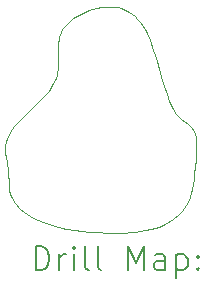
<source format=gbr>
%TF.GenerationSoftware,KiCad,Pcbnew,9.0.6*%
%TF.CreationDate,2026-01-01T02:54:19-05:00*%
%TF.ProjectId,Project Resonator Crossover Circuit PCB,50726f6a-6563-4742-9052-65736f6e6174,rev?*%
%TF.SameCoordinates,Original*%
%TF.FileFunction,Drillmap*%
%TF.FilePolarity,Positive*%
%FSLAX45Y45*%
G04 Gerber Fmt 4.5, Leading zero omitted, Abs format (unit mm)*
G04 Created by KiCad (PCBNEW 9.0.6) date 2026-01-01 02:54:19*
%MOMM*%
%LPD*%
G01*
G04 APERTURE LIST*
%ADD10C,0.050000*%
%ADD11C,0.200000*%
G04 APERTURE END LIST*
D10*
X15940000Y-8680000D02*
X15970000Y-8682500D01*
X15995000Y-8690000D01*
X16027500Y-8702500D01*
X16050000Y-8712500D01*
X16062500Y-8720000D01*
X16087500Y-8737500D01*
X16110000Y-8755000D01*
X16135000Y-8782500D01*
X16155000Y-8805000D01*
X16195000Y-8865000D01*
X16217500Y-8902500D01*
X16240000Y-8960000D01*
X16270000Y-9042500D01*
X16282500Y-9085000D01*
X16300000Y-9142500D01*
X16320000Y-9207500D01*
X16342500Y-9297500D01*
X16360000Y-9352500D01*
X16385000Y-9420000D01*
X16405000Y-9475000D01*
X16427500Y-9527500D01*
X16465000Y-9585000D01*
X16507500Y-9632500D01*
X16560000Y-9675000D01*
X16587500Y-9700000D01*
X16612500Y-9730000D01*
X16622500Y-9755000D01*
X16630000Y-9782500D01*
X16632500Y-9837500D01*
X16632500Y-9910000D01*
X16627500Y-9967500D01*
X16622500Y-10037500D01*
X16617500Y-10087500D01*
X16610000Y-10137500D01*
X16597500Y-10222500D01*
X16590000Y-10257500D01*
X16567500Y-10312500D01*
X16545000Y-10360000D01*
X16515000Y-10410000D01*
X16487500Y-10437500D01*
X16440000Y-10475000D01*
X16365000Y-10520000D01*
X16317500Y-10540000D01*
X16247500Y-10560000D01*
X16195000Y-10572500D01*
X16110000Y-10585000D01*
X15987500Y-10595000D01*
X15875000Y-10595000D01*
X15797500Y-10590000D01*
X15737500Y-10585000D01*
X15652500Y-10575000D01*
X15615000Y-10570000D01*
X15530000Y-10557500D01*
X15492500Y-10550000D01*
X15437500Y-10535000D01*
X15357500Y-10507500D01*
X15265000Y-10472500D01*
X15222500Y-10447500D01*
X15177500Y-10417500D01*
X15140000Y-10390000D01*
X15097500Y-10337500D01*
X15072500Y-10302500D01*
X15057500Y-10265000D01*
X15047500Y-10227500D01*
X15045000Y-10155000D01*
X15042500Y-10100000D01*
X15037500Y-10067500D01*
X15027500Y-9995000D01*
X15020000Y-9955000D01*
X15015000Y-9920000D01*
X15015000Y-9855000D01*
X15022500Y-9820000D01*
X15030000Y-9797500D01*
X15055000Y-9737500D01*
X15092500Y-9687500D01*
X15130000Y-9645000D01*
X15172500Y-9600000D01*
X15282500Y-9495000D01*
X15385000Y-9390000D01*
X15415000Y-9345000D01*
X15445000Y-9280000D01*
X15455000Y-9257500D01*
X15465000Y-9185000D01*
X15465000Y-9135000D01*
X15462500Y-9040000D01*
X15460000Y-9005000D01*
X15472500Y-8937500D01*
X15490000Y-8892500D01*
X15500000Y-8870000D01*
X15527500Y-8832500D01*
X15552500Y-8810000D01*
X15590000Y-8777500D01*
X15605000Y-8767500D01*
X15640000Y-8747500D01*
X15677500Y-8730000D01*
X15725000Y-8710000D01*
X15785000Y-8690000D01*
X15832500Y-8682500D01*
X15862500Y-8680000D01*
X15902500Y-8677500D01*
X15940000Y-8680000D01*
D11*
X15273277Y-10908984D02*
X15273277Y-10708984D01*
X15273277Y-10708984D02*
X15320896Y-10708984D01*
X15320896Y-10708984D02*
X15349467Y-10718508D01*
X15349467Y-10718508D02*
X15368515Y-10737555D01*
X15368515Y-10737555D02*
X15378039Y-10756603D01*
X15378039Y-10756603D02*
X15387562Y-10794698D01*
X15387562Y-10794698D02*
X15387562Y-10823270D01*
X15387562Y-10823270D02*
X15378039Y-10861365D01*
X15378039Y-10861365D02*
X15368515Y-10880412D01*
X15368515Y-10880412D02*
X15349467Y-10899460D01*
X15349467Y-10899460D02*
X15320896Y-10908984D01*
X15320896Y-10908984D02*
X15273277Y-10908984D01*
X15473277Y-10908984D02*
X15473277Y-10775650D01*
X15473277Y-10813746D02*
X15482801Y-10794698D01*
X15482801Y-10794698D02*
X15492324Y-10785174D01*
X15492324Y-10785174D02*
X15511372Y-10775650D01*
X15511372Y-10775650D02*
X15530420Y-10775650D01*
X15597086Y-10908984D02*
X15597086Y-10775650D01*
X15597086Y-10708984D02*
X15587562Y-10718508D01*
X15587562Y-10718508D02*
X15597086Y-10728031D01*
X15597086Y-10728031D02*
X15606610Y-10718508D01*
X15606610Y-10718508D02*
X15597086Y-10708984D01*
X15597086Y-10708984D02*
X15597086Y-10728031D01*
X15720896Y-10908984D02*
X15701848Y-10899460D01*
X15701848Y-10899460D02*
X15692324Y-10880412D01*
X15692324Y-10880412D02*
X15692324Y-10708984D01*
X15825658Y-10908984D02*
X15806610Y-10899460D01*
X15806610Y-10899460D02*
X15797086Y-10880412D01*
X15797086Y-10880412D02*
X15797086Y-10708984D01*
X16054229Y-10908984D02*
X16054229Y-10708984D01*
X16054229Y-10708984D02*
X16120896Y-10851841D01*
X16120896Y-10851841D02*
X16187562Y-10708984D01*
X16187562Y-10708984D02*
X16187562Y-10908984D01*
X16368515Y-10908984D02*
X16368515Y-10804222D01*
X16368515Y-10804222D02*
X16358991Y-10785174D01*
X16358991Y-10785174D02*
X16339943Y-10775650D01*
X16339943Y-10775650D02*
X16301848Y-10775650D01*
X16301848Y-10775650D02*
X16282801Y-10785174D01*
X16368515Y-10899460D02*
X16349467Y-10908984D01*
X16349467Y-10908984D02*
X16301848Y-10908984D01*
X16301848Y-10908984D02*
X16282801Y-10899460D01*
X16282801Y-10899460D02*
X16273277Y-10880412D01*
X16273277Y-10880412D02*
X16273277Y-10861365D01*
X16273277Y-10861365D02*
X16282801Y-10842317D01*
X16282801Y-10842317D02*
X16301848Y-10832793D01*
X16301848Y-10832793D02*
X16349467Y-10832793D01*
X16349467Y-10832793D02*
X16368515Y-10823270D01*
X16463753Y-10775650D02*
X16463753Y-10975650D01*
X16463753Y-10785174D02*
X16482801Y-10775650D01*
X16482801Y-10775650D02*
X16520896Y-10775650D01*
X16520896Y-10775650D02*
X16539943Y-10785174D01*
X16539943Y-10785174D02*
X16549467Y-10794698D01*
X16549467Y-10794698D02*
X16558991Y-10813746D01*
X16558991Y-10813746D02*
X16558991Y-10870889D01*
X16558991Y-10870889D02*
X16549467Y-10889936D01*
X16549467Y-10889936D02*
X16539943Y-10899460D01*
X16539943Y-10899460D02*
X16520896Y-10908984D01*
X16520896Y-10908984D02*
X16482801Y-10908984D01*
X16482801Y-10908984D02*
X16463753Y-10899460D01*
X16644705Y-10889936D02*
X16654229Y-10899460D01*
X16654229Y-10899460D02*
X16644705Y-10908984D01*
X16644705Y-10908984D02*
X16635182Y-10899460D01*
X16635182Y-10899460D02*
X16644705Y-10889936D01*
X16644705Y-10889936D02*
X16644705Y-10908984D01*
X16644705Y-10785174D02*
X16654229Y-10794698D01*
X16654229Y-10794698D02*
X16644705Y-10804222D01*
X16644705Y-10804222D02*
X16635182Y-10794698D01*
X16635182Y-10794698D02*
X16644705Y-10785174D01*
X16644705Y-10785174D02*
X16644705Y-10804222D01*
M02*

</source>
